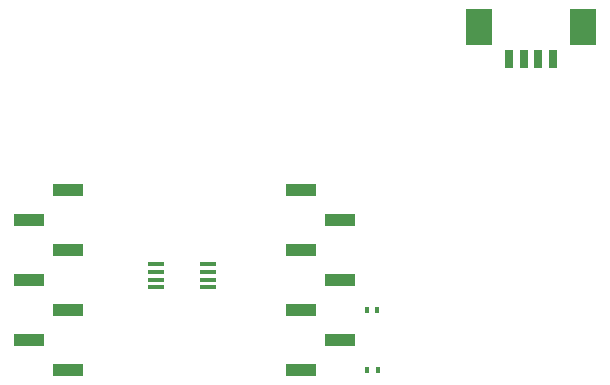
<source format=gbr>
G04 #@! TF.GenerationSoftware,KiCad,Pcbnew,(5.1.2)-2*
G04 #@! TF.CreationDate,2021-12-15T08:57:30-03:00*
G04 #@! TF.ProjectId,MAG_Plus,4d41475f-506c-4757-932e-6b696361645f,rev?*
G04 #@! TF.SameCoordinates,Original*
G04 #@! TF.FileFunction,Paste,Top*
G04 #@! TF.FilePolarity,Positive*
%FSLAX46Y46*%
G04 Gerber Fmt 4.6, Leading zero omitted, Abs format (unit mm)*
G04 Created by KiCad (PCBNEW (5.1.2)-2) date 2021-12-15 08:57:30*
%MOMM*%
%LPD*%
G04 APERTURE LIST*
%ADD10R,0.800000X1.500000*%
%ADD11R,2.200000X3.100000*%
%ADD12R,2.510000X1.000000*%
%ADD13R,0.400000X0.600000*%
%ADD14R,1.450000X0.450000*%
G04 APERTURE END LIST*
D10*
X194005000Y-159525000D03*
X192755000Y-159525000D03*
X191505000Y-159525000D03*
X190255000Y-159525000D03*
D11*
X196505000Y-156775000D03*
X187755000Y-156775000D03*
D12*
X172665000Y-170580000D03*
X172665000Y-175660000D03*
X172665000Y-180740000D03*
X172665000Y-185820000D03*
X175975000Y-173120000D03*
X175975000Y-178200000D03*
X175975000Y-183280000D03*
X149665000Y-173100000D03*
X149665000Y-178180000D03*
X149665000Y-183260000D03*
X152975000Y-170560000D03*
X152975000Y-175640000D03*
X152975000Y-180720000D03*
X152975000Y-185800000D03*
D13*
X178250000Y-185830000D03*
X179150000Y-185830000D03*
X179140000Y-180740000D03*
X178240000Y-180740000D03*
D14*
X164780000Y-178830000D03*
X164780000Y-178180000D03*
X164780000Y-177530000D03*
X164780000Y-176880000D03*
X160380000Y-176880000D03*
X160380000Y-177530000D03*
X160380000Y-178180000D03*
X160380000Y-178830000D03*
M02*

</source>
